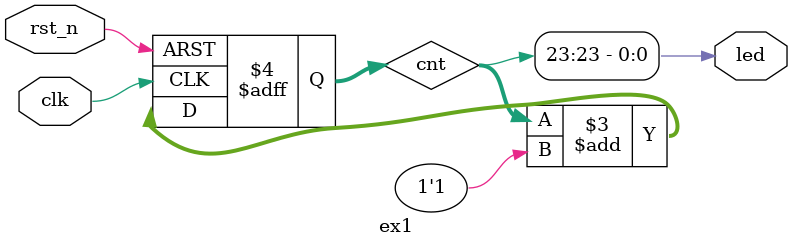
<source format=v>


module ex1(
			clk,rst_n,led
		);

input clk;
input rst_n;
output led;

reg[23:0] cnt;

always @(posedge clk or negedge rst_n)
	if(!rst_n) cnt <= 24'd0;
	else cnt <= cnt+1'b1;
	
assign led = cnt[23];


endmodule







</source>
